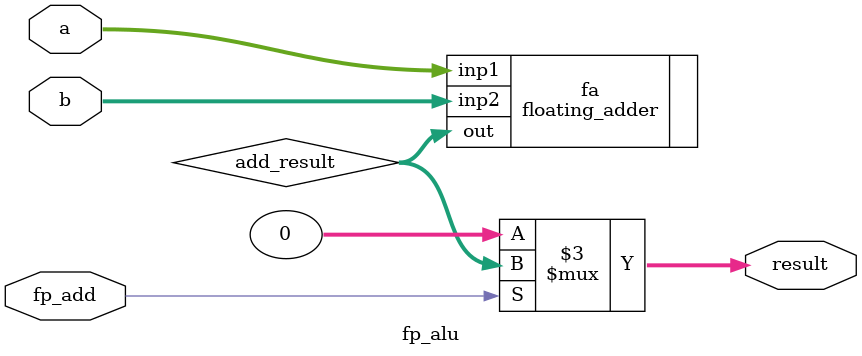
<source format=v>
`timescale 1ns / 1ps

module fp_alu (
    input  [31:0] a,
    input  [31:0] b,
    input  fp_add,
    output reg [31:0] result
);

    wire [31:0] add_result;

    floating_adder fa (
        .inp1(a),
        .inp2(b),
        .out(add_result)
    );

    always @(*) begin
        if      (fp_add) result = add_result;
//        else if (fp_sub) result = 32'd0;
//        else if (fp_mul) result = 32'd0;
//        else if (fp_div) result = 32'd0;
        else             result = 32'd0;
    end

endmodule

</source>
